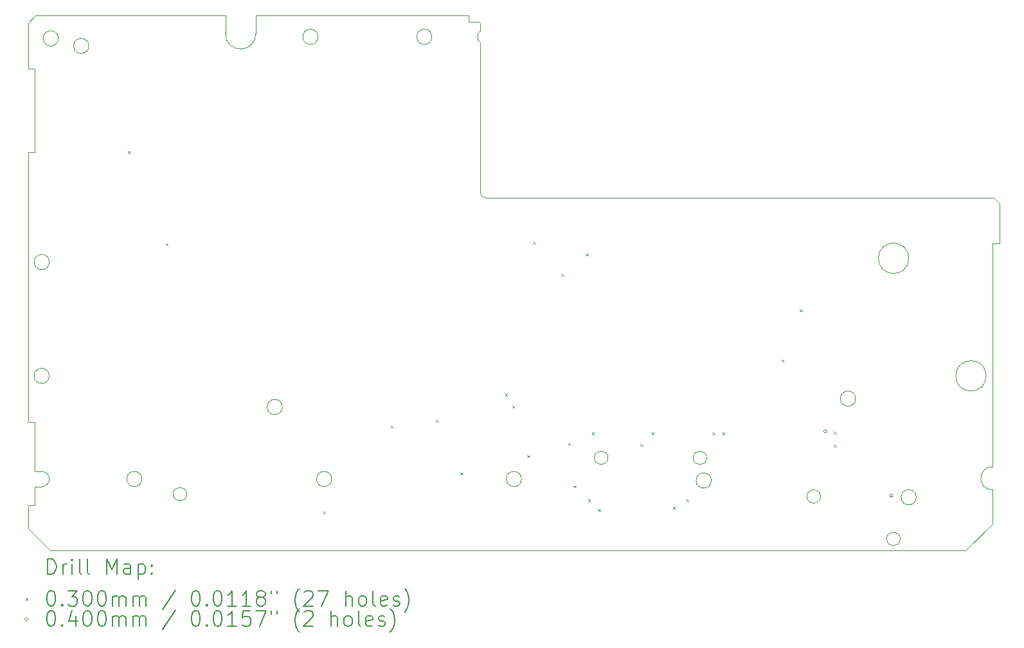
<source format=gbr>
%TF.GenerationSoftware,KiCad,Pcbnew,8.0.5-unknown-202409261835~48b9027842~ubuntu24.04.1*%
%TF.CreationDate,2024-10-03T20:43:23+08:00*%
%TF.ProjectId,EL6170_Pro_Max_Plus,454c3631-3730-45f5-9072-6f5f4d61785f,rev?*%
%TF.SameCoordinates,Original*%
%TF.FileFunction,Drillmap*%
%TF.FilePolarity,Positive*%
%FSLAX45Y45*%
G04 Gerber Fmt 4.5, Leading zero omitted, Abs format (unit mm)*
G04 Created by KiCad (PCBNEW 8.0.5-unknown-202409261835~48b9027842~ubuntu24.04.1) date 2024-10-03 20:43:23*
%MOMM*%
%LPD*%
G01*
G04 APERTURE LIST*
%ADD10C,0.050000*%
%ADD11C,0.200000*%
%ADD12C,0.100000*%
G04 APERTURE END LIST*
D10*
X9380000Y-12460000D02*
X9290000Y-12460000D01*
X21550000Y-13300000D02*
X9490000Y-13300000D01*
X9200000Y-12710000D02*
X9200000Y-13010000D01*
X15220000Y-8650000D02*
X21920000Y-8650000D01*
X20100000Y-11300000D02*
G75*
G02*
X19900000Y-11300000I-100000J0D01*
G01*
X19900000Y-11300000D02*
G75*
G02*
X20100000Y-11300000I100000J0D01*
G01*
X15140000Y-6330000D02*
X15160000Y-6350000D01*
X15000000Y-6250000D02*
X15000000Y-6330000D01*
X9290000Y-11610000D02*
X9200000Y-11610000D01*
X18200000Y-12380000D02*
G75*
G02*
X18000000Y-12380000I-100000J0D01*
G01*
X18000000Y-12380000D02*
G75*
G02*
X18200000Y-12380000I100000J0D01*
G01*
X9600000Y-6550000D02*
G75*
G02*
X9400000Y-6550000I-100000J0D01*
G01*
X9400000Y-6550000D02*
G75*
G02*
X9600000Y-6550000I100000J0D01*
G01*
X21900000Y-12500000D02*
X21900000Y-12950000D01*
X15220000Y-8650000D02*
G75*
G02*
X15160000Y-8590000I0J60000D01*
G01*
X14520000Y-6530000D02*
G75*
G02*
X14320000Y-6530000I-100000J0D01*
G01*
X14320000Y-6530000D02*
G75*
G02*
X14520000Y-6530000I100000J0D01*
G01*
X9290000Y-12260000D02*
X9290000Y-11610000D01*
X11800000Y-6250000D02*
X9300000Y-6250000D01*
X22000000Y-9250000D02*
X21900000Y-9250000D01*
X20690000Y-13150000D02*
G75*
G02*
X20510000Y-13150000I-90000J0D01*
G01*
X20510000Y-13150000D02*
G75*
G02*
X20690000Y-13150000I90000J0D01*
G01*
X21900000Y-9250000D02*
X21900000Y-12200000D01*
X10000000Y-6650000D02*
G75*
G02*
X9800000Y-6650000I-100000J0D01*
G01*
X9800000Y-6650000D02*
G75*
G02*
X10000000Y-6650000I100000J0D01*
G01*
X12550000Y-11410000D02*
G75*
G02*
X12350000Y-11410000I-100000J0D01*
G01*
X12350000Y-11410000D02*
G75*
G02*
X12550000Y-11410000I100000J0D01*
G01*
X9380000Y-12260000D02*
G75*
G02*
X9380000Y-12460000I0J-100000D01*
G01*
X11290000Y-12560000D02*
G75*
G02*
X11110000Y-12560000I-90000J0D01*
G01*
X11110000Y-12560000D02*
G75*
G02*
X11290000Y-12560000I90000J0D01*
G01*
X9490000Y-13300000D02*
X9200000Y-13010000D01*
X9200000Y-6350000D02*
X9200000Y-6950000D01*
X20900000Y-12600000D02*
G75*
G02*
X20700000Y-12600000I-100000J0D01*
G01*
X20700000Y-12600000D02*
G75*
G02*
X20900000Y-12600000I100000J0D01*
G01*
X13200000Y-12360000D02*
G75*
G02*
X13000000Y-12360000I-100000J0D01*
G01*
X13000000Y-12360000D02*
G75*
G02*
X13200000Y-12360000I100000J0D01*
G01*
X9380000Y-12260000D02*
X9290000Y-12260000D01*
X9290000Y-12460000D02*
X9290000Y-12710000D01*
X20800000Y-9450000D02*
G75*
G02*
X20400000Y-9450000I-200000J0D01*
G01*
X20400000Y-9450000D02*
G75*
G02*
X20800000Y-9450000I200000J0D01*
G01*
X21900000Y-12500000D02*
G75*
G02*
X21900000Y-12200000I0J150000D01*
G01*
X13020000Y-6530000D02*
G75*
G02*
X12820000Y-6530000I-100000J0D01*
G01*
X12820000Y-6530000D02*
G75*
G02*
X13020000Y-6530000I100000J0D01*
G01*
X9200000Y-6950000D02*
X9290000Y-6950000D01*
X9200000Y-11610000D02*
X9200000Y-8050000D01*
X18140000Y-12080000D02*
G75*
G02*
X17960000Y-12080000I-90000J0D01*
G01*
X17960000Y-12080000D02*
G75*
G02*
X18140000Y-12080000I90000J0D01*
G01*
X9480000Y-11000000D02*
G75*
G02*
X9280000Y-11000000I-100000J0D01*
G01*
X9280000Y-11000000D02*
G75*
G02*
X9480000Y-11000000I100000J0D01*
G01*
X9290000Y-6950000D02*
X9290000Y-8050000D01*
X9480000Y-9500000D02*
G75*
G02*
X9280000Y-9500000I-100000J0D01*
G01*
X9280000Y-9500000D02*
G75*
G02*
X9480000Y-9500000I100000J0D01*
G01*
X15000000Y-6330000D02*
X15140000Y-6330000D01*
X9290000Y-8050000D02*
X9200000Y-8050000D01*
X21900000Y-12950000D02*
X21550000Y-13300000D01*
X15000000Y-6250000D02*
X12200000Y-6250000D01*
X10700000Y-12360000D02*
G75*
G02*
X10500000Y-12360000I-100000J0D01*
G01*
X10500000Y-12360000D02*
G75*
G02*
X10700000Y-12360000I100000J0D01*
G01*
X12200000Y-6490000D02*
G75*
G02*
X11800000Y-6490000I-200000J0D01*
G01*
X9200000Y-12710000D02*
X9290000Y-12710000D01*
X9200000Y-6350000D02*
X9300000Y-6250000D01*
X15700000Y-12360000D02*
G75*
G02*
X15500000Y-12360000I-100000J0D01*
G01*
X15500000Y-12360000D02*
G75*
G02*
X15700000Y-12360000I100000J0D01*
G01*
X16840000Y-12080000D02*
G75*
G02*
X16660000Y-12080000I-90000J0D01*
G01*
X16660000Y-12080000D02*
G75*
G02*
X16840000Y-12080000I90000J0D01*
G01*
X19640000Y-12590000D02*
G75*
G02*
X19460000Y-12590000I-90000J0D01*
G01*
X19460000Y-12590000D02*
G75*
G02*
X19640000Y-12590000I90000J0D01*
G01*
X15160000Y-6610000D02*
X15160000Y-8590000D01*
X15160000Y-6350000D02*
X15160000Y-6450000D01*
X11800000Y-6490000D02*
X11800000Y-6250000D01*
X21920000Y-8650000D02*
X22000000Y-8730000D01*
X12200000Y-6490000D02*
X12200000Y-6250000D01*
X21820000Y-11000000D02*
G75*
G02*
X21420000Y-11000000I-200000J0D01*
G01*
X21420000Y-11000000D02*
G75*
G02*
X21820000Y-11000000I200000J0D01*
G01*
X22000000Y-8730000D02*
X22000000Y-9250000D01*
X15160000Y-6610000D02*
G75*
G02*
X15160000Y-6450000I60000J80000D01*
G01*
D11*
D12*
X10515000Y-8035000D02*
X10545000Y-8065000D01*
X10545000Y-8035000D02*
X10515000Y-8065000D01*
X11012574Y-9252574D02*
X11042574Y-9282574D01*
X11042574Y-9252574D02*
X11012574Y-9282574D01*
X13085000Y-12785000D02*
X13115000Y-12815000D01*
X13115000Y-12785000D02*
X13085000Y-12815000D01*
X13975000Y-11655000D02*
X14005000Y-11685000D01*
X14005000Y-11655000D02*
X13975000Y-11685000D01*
X14575000Y-11575000D02*
X14605000Y-11605000D01*
X14605000Y-11575000D02*
X14575000Y-11605000D01*
X14895000Y-12275000D02*
X14925000Y-12305000D01*
X14925000Y-12275000D02*
X14895000Y-12305000D01*
X15485000Y-11235000D02*
X15515000Y-11265000D01*
X15515000Y-11235000D02*
X15485000Y-11265000D01*
X15575000Y-11395000D02*
X15605000Y-11425000D01*
X15605000Y-11395000D02*
X15575000Y-11425000D01*
X15775000Y-12045000D02*
X15805000Y-12075000D01*
X15805000Y-12045000D02*
X15775000Y-12075000D01*
X15852426Y-9232426D02*
X15882426Y-9262426D01*
X15882426Y-9232426D02*
X15852426Y-9262426D01*
X16225000Y-9655000D02*
X16255000Y-9685000D01*
X16255000Y-9655000D02*
X16225000Y-9685000D01*
X16315000Y-11885000D02*
X16345000Y-11915000D01*
X16345000Y-11885000D02*
X16315000Y-11915000D01*
X16386619Y-12443381D02*
X16416619Y-12473381D01*
X16416619Y-12443381D02*
X16386619Y-12473381D01*
X16545000Y-9385000D02*
X16575000Y-9415000D01*
X16575000Y-9385000D02*
X16545000Y-9415000D01*
X16575000Y-12625000D02*
X16605000Y-12655000D01*
X16605000Y-12625000D02*
X16575000Y-12655000D01*
X16625000Y-11745000D02*
X16655000Y-11775000D01*
X16655000Y-11745000D02*
X16625000Y-11775000D01*
X16705000Y-12755000D02*
X16735000Y-12785000D01*
X16735000Y-12755000D02*
X16705000Y-12785000D01*
X17265000Y-11895000D02*
X17295000Y-11925000D01*
X17295000Y-11895000D02*
X17265000Y-11925000D01*
X17415000Y-11745000D02*
X17445000Y-11775000D01*
X17445000Y-11745000D02*
X17415000Y-11775000D01*
X17695000Y-12725000D02*
X17725000Y-12755000D01*
X17725000Y-12725000D02*
X17695000Y-12755000D01*
X17865000Y-12625000D02*
X17895000Y-12655000D01*
X17895000Y-12625000D02*
X17865000Y-12655000D01*
X18215000Y-11745000D02*
X18245000Y-11775000D01*
X18245000Y-11745000D02*
X18215000Y-11775000D01*
X18345000Y-11745000D02*
X18375000Y-11775000D01*
X18375000Y-11745000D02*
X18345000Y-11775000D01*
X19125000Y-10785000D02*
X19155000Y-10815000D01*
X19155000Y-10785000D02*
X19125000Y-10815000D01*
X19365000Y-10125000D02*
X19395000Y-10155000D01*
X19395000Y-10125000D02*
X19365000Y-10155000D01*
X19815000Y-11735000D02*
X19845000Y-11765000D01*
X19845000Y-11735000D02*
X19815000Y-11765000D01*
X19815000Y-11905000D02*
X19845000Y-11935000D01*
X19845000Y-11905000D02*
X19815000Y-11935000D01*
X19720000Y-11730000D02*
G75*
G02*
X19680000Y-11730000I-20000J0D01*
G01*
X19680000Y-11730000D02*
G75*
G02*
X19720000Y-11730000I20000J0D01*
G01*
X20590000Y-12580000D02*
G75*
G02*
X20550000Y-12580000I-20000J0D01*
G01*
X20550000Y-12580000D02*
G75*
G02*
X20590000Y-12580000I20000J0D01*
G01*
D11*
X9458277Y-13613984D02*
X9458277Y-13413984D01*
X9458277Y-13413984D02*
X9505896Y-13413984D01*
X9505896Y-13413984D02*
X9534467Y-13423508D01*
X9534467Y-13423508D02*
X9553515Y-13442555D01*
X9553515Y-13442555D02*
X9563039Y-13461603D01*
X9563039Y-13461603D02*
X9572563Y-13499698D01*
X9572563Y-13499698D02*
X9572563Y-13528269D01*
X9572563Y-13528269D02*
X9563039Y-13566365D01*
X9563039Y-13566365D02*
X9553515Y-13585412D01*
X9553515Y-13585412D02*
X9534467Y-13604460D01*
X9534467Y-13604460D02*
X9505896Y-13613984D01*
X9505896Y-13613984D02*
X9458277Y-13613984D01*
X9658277Y-13613984D02*
X9658277Y-13480650D01*
X9658277Y-13518746D02*
X9667801Y-13499698D01*
X9667801Y-13499698D02*
X9677324Y-13490174D01*
X9677324Y-13490174D02*
X9696372Y-13480650D01*
X9696372Y-13480650D02*
X9715420Y-13480650D01*
X9782086Y-13613984D02*
X9782086Y-13480650D01*
X9782086Y-13413984D02*
X9772563Y-13423508D01*
X9772563Y-13423508D02*
X9782086Y-13433031D01*
X9782086Y-13433031D02*
X9791610Y-13423508D01*
X9791610Y-13423508D02*
X9782086Y-13413984D01*
X9782086Y-13413984D02*
X9782086Y-13433031D01*
X9905896Y-13613984D02*
X9886848Y-13604460D01*
X9886848Y-13604460D02*
X9877324Y-13585412D01*
X9877324Y-13585412D02*
X9877324Y-13413984D01*
X10010658Y-13613984D02*
X9991610Y-13604460D01*
X9991610Y-13604460D02*
X9982086Y-13585412D01*
X9982086Y-13585412D02*
X9982086Y-13413984D01*
X10239229Y-13613984D02*
X10239229Y-13413984D01*
X10239229Y-13413984D02*
X10305896Y-13556841D01*
X10305896Y-13556841D02*
X10372563Y-13413984D01*
X10372563Y-13413984D02*
X10372563Y-13613984D01*
X10553515Y-13613984D02*
X10553515Y-13509222D01*
X10553515Y-13509222D02*
X10543991Y-13490174D01*
X10543991Y-13490174D02*
X10524944Y-13480650D01*
X10524944Y-13480650D02*
X10486848Y-13480650D01*
X10486848Y-13480650D02*
X10467801Y-13490174D01*
X10553515Y-13604460D02*
X10534467Y-13613984D01*
X10534467Y-13613984D02*
X10486848Y-13613984D01*
X10486848Y-13613984D02*
X10467801Y-13604460D01*
X10467801Y-13604460D02*
X10458277Y-13585412D01*
X10458277Y-13585412D02*
X10458277Y-13566365D01*
X10458277Y-13566365D02*
X10467801Y-13547317D01*
X10467801Y-13547317D02*
X10486848Y-13537793D01*
X10486848Y-13537793D02*
X10534467Y-13537793D01*
X10534467Y-13537793D02*
X10553515Y-13528269D01*
X10648753Y-13480650D02*
X10648753Y-13680650D01*
X10648753Y-13490174D02*
X10667801Y-13480650D01*
X10667801Y-13480650D02*
X10705896Y-13480650D01*
X10705896Y-13480650D02*
X10724944Y-13490174D01*
X10724944Y-13490174D02*
X10734467Y-13499698D01*
X10734467Y-13499698D02*
X10743991Y-13518746D01*
X10743991Y-13518746D02*
X10743991Y-13575888D01*
X10743991Y-13575888D02*
X10734467Y-13594936D01*
X10734467Y-13594936D02*
X10724944Y-13604460D01*
X10724944Y-13604460D02*
X10705896Y-13613984D01*
X10705896Y-13613984D02*
X10667801Y-13613984D01*
X10667801Y-13613984D02*
X10648753Y-13604460D01*
X10829705Y-13594936D02*
X10839229Y-13604460D01*
X10839229Y-13604460D02*
X10829705Y-13613984D01*
X10829705Y-13613984D02*
X10820182Y-13604460D01*
X10820182Y-13604460D02*
X10829705Y-13594936D01*
X10829705Y-13594936D02*
X10829705Y-13613984D01*
X10829705Y-13490174D02*
X10839229Y-13499698D01*
X10839229Y-13499698D02*
X10829705Y-13509222D01*
X10829705Y-13509222D02*
X10820182Y-13499698D01*
X10820182Y-13499698D02*
X10829705Y-13490174D01*
X10829705Y-13490174D02*
X10829705Y-13509222D01*
D12*
X9167500Y-13927500D02*
X9197500Y-13957500D01*
X9197500Y-13927500D02*
X9167500Y-13957500D01*
D11*
X9496372Y-13833984D02*
X9515420Y-13833984D01*
X9515420Y-13833984D02*
X9534467Y-13843508D01*
X9534467Y-13843508D02*
X9543991Y-13853031D01*
X9543991Y-13853031D02*
X9553515Y-13872079D01*
X9553515Y-13872079D02*
X9563039Y-13910174D01*
X9563039Y-13910174D02*
X9563039Y-13957793D01*
X9563039Y-13957793D02*
X9553515Y-13995888D01*
X9553515Y-13995888D02*
X9543991Y-14014936D01*
X9543991Y-14014936D02*
X9534467Y-14024460D01*
X9534467Y-14024460D02*
X9515420Y-14033984D01*
X9515420Y-14033984D02*
X9496372Y-14033984D01*
X9496372Y-14033984D02*
X9477324Y-14024460D01*
X9477324Y-14024460D02*
X9467801Y-14014936D01*
X9467801Y-14014936D02*
X9458277Y-13995888D01*
X9458277Y-13995888D02*
X9448753Y-13957793D01*
X9448753Y-13957793D02*
X9448753Y-13910174D01*
X9448753Y-13910174D02*
X9458277Y-13872079D01*
X9458277Y-13872079D02*
X9467801Y-13853031D01*
X9467801Y-13853031D02*
X9477324Y-13843508D01*
X9477324Y-13843508D02*
X9496372Y-13833984D01*
X9648753Y-14014936D02*
X9658277Y-14024460D01*
X9658277Y-14024460D02*
X9648753Y-14033984D01*
X9648753Y-14033984D02*
X9639229Y-14024460D01*
X9639229Y-14024460D02*
X9648753Y-14014936D01*
X9648753Y-14014936D02*
X9648753Y-14033984D01*
X9724944Y-13833984D02*
X9848753Y-13833984D01*
X9848753Y-13833984D02*
X9782086Y-13910174D01*
X9782086Y-13910174D02*
X9810658Y-13910174D01*
X9810658Y-13910174D02*
X9829705Y-13919698D01*
X9829705Y-13919698D02*
X9839229Y-13929222D01*
X9839229Y-13929222D02*
X9848753Y-13948269D01*
X9848753Y-13948269D02*
X9848753Y-13995888D01*
X9848753Y-13995888D02*
X9839229Y-14014936D01*
X9839229Y-14014936D02*
X9829705Y-14024460D01*
X9829705Y-14024460D02*
X9810658Y-14033984D01*
X9810658Y-14033984D02*
X9753515Y-14033984D01*
X9753515Y-14033984D02*
X9734467Y-14024460D01*
X9734467Y-14024460D02*
X9724944Y-14014936D01*
X9972563Y-13833984D02*
X9991610Y-13833984D01*
X9991610Y-13833984D02*
X10010658Y-13843508D01*
X10010658Y-13843508D02*
X10020182Y-13853031D01*
X10020182Y-13853031D02*
X10029705Y-13872079D01*
X10029705Y-13872079D02*
X10039229Y-13910174D01*
X10039229Y-13910174D02*
X10039229Y-13957793D01*
X10039229Y-13957793D02*
X10029705Y-13995888D01*
X10029705Y-13995888D02*
X10020182Y-14014936D01*
X10020182Y-14014936D02*
X10010658Y-14024460D01*
X10010658Y-14024460D02*
X9991610Y-14033984D01*
X9991610Y-14033984D02*
X9972563Y-14033984D01*
X9972563Y-14033984D02*
X9953515Y-14024460D01*
X9953515Y-14024460D02*
X9943991Y-14014936D01*
X9943991Y-14014936D02*
X9934467Y-13995888D01*
X9934467Y-13995888D02*
X9924944Y-13957793D01*
X9924944Y-13957793D02*
X9924944Y-13910174D01*
X9924944Y-13910174D02*
X9934467Y-13872079D01*
X9934467Y-13872079D02*
X9943991Y-13853031D01*
X9943991Y-13853031D02*
X9953515Y-13843508D01*
X9953515Y-13843508D02*
X9972563Y-13833984D01*
X10163039Y-13833984D02*
X10182086Y-13833984D01*
X10182086Y-13833984D02*
X10201134Y-13843508D01*
X10201134Y-13843508D02*
X10210658Y-13853031D01*
X10210658Y-13853031D02*
X10220182Y-13872079D01*
X10220182Y-13872079D02*
X10229705Y-13910174D01*
X10229705Y-13910174D02*
X10229705Y-13957793D01*
X10229705Y-13957793D02*
X10220182Y-13995888D01*
X10220182Y-13995888D02*
X10210658Y-14014936D01*
X10210658Y-14014936D02*
X10201134Y-14024460D01*
X10201134Y-14024460D02*
X10182086Y-14033984D01*
X10182086Y-14033984D02*
X10163039Y-14033984D01*
X10163039Y-14033984D02*
X10143991Y-14024460D01*
X10143991Y-14024460D02*
X10134467Y-14014936D01*
X10134467Y-14014936D02*
X10124944Y-13995888D01*
X10124944Y-13995888D02*
X10115420Y-13957793D01*
X10115420Y-13957793D02*
X10115420Y-13910174D01*
X10115420Y-13910174D02*
X10124944Y-13872079D01*
X10124944Y-13872079D02*
X10134467Y-13853031D01*
X10134467Y-13853031D02*
X10143991Y-13843508D01*
X10143991Y-13843508D02*
X10163039Y-13833984D01*
X10315420Y-14033984D02*
X10315420Y-13900650D01*
X10315420Y-13919698D02*
X10324944Y-13910174D01*
X10324944Y-13910174D02*
X10343991Y-13900650D01*
X10343991Y-13900650D02*
X10372563Y-13900650D01*
X10372563Y-13900650D02*
X10391610Y-13910174D01*
X10391610Y-13910174D02*
X10401134Y-13929222D01*
X10401134Y-13929222D02*
X10401134Y-14033984D01*
X10401134Y-13929222D02*
X10410658Y-13910174D01*
X10410658Y-13910174D02*
X10429705Y-13900650D01*
X10429705Y-13900650D02*
X10458277Y-13900650D01*
X10458277Y-13900650D02*
X10477325Y-13910174D01*
X10477325Y-13910174D02*
X10486848Y-13929222D01*
X10486848Y-13929222D02*
X10486848Y-14033984D01*
X10582086Y-14033984D02*
X10582086Y-13900650D01*
X10582086Y-13919698D02*
X10591610Y-13910174D01*
X10591610Y-13910174D02*
X10610658Y-13900650D01*
X10610658Y-13900650D02*
X10639229Y-13900650D01*
X10639229Y-13900650D02*
X10658277Y-13910174D01*
X10658277Y-13910174D02*
X10667801Y-13929222D01*
X10667801Y-13929222D02*
X10667801Y-14033984D01*
X10667801Y-13929222D02*
X10677325Y-13910174D01*
X10677325Y-13910174D02*
X10696372Y-13900650D01*
X10696372Y-13900650D02*
X10724944Y-13900650D01*
X10724944Y-13900650D02*
X10743991Y-13910174D01*
X10743991Y-13910174D02*
X10753515Y-13929222D01*
X10753515Y-13929222D02*
X10753515Y-14033984D01*
X11143991Y-13824460D02*
X10972563Y-14081603D01*
X11401134Y-13833984D02*
X11420182Y-13833984D01*
X11420182Y-13833984D02*
X11439229Y-13843508D01*
X11439229Y-13843508D02*
X11448753Y-13853031D01*
X11448753Y-13853031D02*
X11458277Y-13872079D01*
X11458277Y-13872079D02*
X11467801Y-13910174D01*
X11467801Y-13910174D02*
X11467801Y-13957793D01*
X11467801Y-13957793D02*
X11458277Y-13995888D01*
X11458277Y-13995888D02*
X11448753Y-14014936D01*
X11448753Y-14014936D02*
X11439229Y-14024460D01*
X11439229Y-14024460D02*
X11420182Y-14033984D01*
X11420182Y-14033984D02*
X11401134Y-14033984D01*
X11401134Y-14033984D02*
X11382086Y-14024460D01*
X11382086Y-14024460D02*
X11372563Y-14014936D01*
X11372563Y-14014936D02*
X11363039Y-13995888D01*
X11363039Y-13995888D02*
X11353515Y-13957793D01*
X11353515Y-13957793D02*
X11353515Y-13910174D01*
X11353515Y-13910174D02*
X11363039Y-13872079D01*
X11363039Y-13872079D02*
X11372563Y-13853031D01*
X11372563Y-13853031D02*
X11382086Y-13843508D01*
X11382086Y-13843508D02*
X11401134Y-13833984D01*
X11553515Y-14014936D02*
X11563039Y-14024460D01*
X11563039Y-14024460D02*
X11553515Y-14033984D01*
X11553515Y-14033984D02*
X11543991Y-14024460D01*
X11543991Y-14024460D02*
X11553515Y-14014936D01*
X11553515Y-14014936D02*
X11553515Y-14033984D01*
X11686848Y-13833984D02*
X11705896Y-13833984D01*
X11705896Y-13833984D02*
X11724944Y-13843508D01*
X11724944Y-13843508D02*
X11734467Y-13853031D01*
X11734467Y-13853031D02*
X11743991Y-13872079D01*
X11743991Y-13872079D02*
X11753515Y-13910174D01*
X11753515Y-13910174D02*
X11753515Y-13957793D01*
X11753515Y-13957793D02*
X11743991Y-13995888D01*
X11743991Y-13995888D02*
X11734467Y-14014936D01*
X11734467Y-14014936D02*
X11724944Y-14024460D01*
X11724944Y-14024460D02*
X11705896Y-14033984D01*
X11705896Y-14033984D02*
X11686848Y-14033984D01*
X11686848Y-14033984D02*
X11667801Y-14024460D01*
X11667801Y-14024460D02*
X11658277Y-14014936D01*
X11658277Y-14014936D02*
X11648753Y-13995888D01*
X11648753Y-13995888D02*
X11639229Y-13957793D01*
X11639229Y-13957793D02*
X11639229Y-13910174D01*
X11639229Y-13910174D02*
X11648753Y-13872079D01*
X11648753Y-13872079D02*
X11658277Y-13853031D01*
X11658277Y-13853031D02*
X11667801Y-13843508D01*
X11667801Y-13843508D02*
X11686848Y-13833984D01*
X11943991Y-14033984D02*
X11829706Y-14033984D01*
X11886848Y-14033984D02*
X11886848Y-13833984D01*
X11886848Y-13833984D02*
X11867801Y-13862555D01*
X11867801Y-13862555D02*
X11848753Y-13881603D01*
X11848753Y-13881603D02*
X11829706Y-13891127D01*
X12134467Y-14033984D02*
X12020182Y-14033984D01*
X12077325Y-14033984D02*
X12077325Y-13833984D01*
X12077325Y-13833984D02*
X12058277Y-13862555D01*
X12058277Y-13862555D02*
X12039229Y-13881603D01*
X12039229Y-13881603D02*
X12020182Y-13891127D01*
X12248753Y-13919698D02*
X12229706Y-13910174D01*
X12229706Y-13910174D02*
X12220182Y-13900650D01*
X12220182Y-13900650D02*
X12210658Y-13881603D01*
X12210658Y-13881603D02*
X12210658Y-13872079D01*
X12210658Y-13872079D02*
X12220182Y-13853031D01*
X12220182Y-13853031D02*
X12229706Y-13843508D01*
X12229706Y-13843508D02*
X12248753Y-13833984D01*
X12248753Y-13833984D02*
X12286848Y-13833984D01*
X12286848Y-13833984D02*
X12305896Y-13843508D01*
X12305896Y-13843508D02*
X12315420Y-13853031D01*
X12315420Y-13853031D02*
X12324944Y-13872079D01*
X12324944Y-13872079D02*
X12324944Y-13881603D01*
X12324944Y-13881603D02*
X12315420Y-13900650D01*
X12315420Y-13900650D02*
X12305896Y-13910174D01*
X12305896Y-13910174D02*
X12286848Y-13919698D01*
X12286848Y-13919698D02*
X12248753Y-13919698D01*
X12248753Y-13919698D02*
X12229706Y-13929222D01*
X12229706Y-13929222D02*
X12220182Y-13938746D01*
X12220182Y-13938746D02*
X12210658Y-13957793D01*
X12210658Y-13957793D02*
X12210658Y-13995888D01*
X12210658Y-13995888D02*
X12220182Y-14014936D01*
X12220182Y-14014936D02*
X12229706Y-14024460D01*
X12229706Y-14024460D02*
X12248753Y-14033984D01*
X12248753Y-14033984D02*
X12286848Y-14033984D01*
X12286848Y-14033984D02*
X12305896Y-14024460D01*
X12305896Y-14024460D02*
X12315420Y-14014936D01*
X12315420Y-14014936D02*
X12324944Y-13995888D01*
X12324944Y-13995888D02*
X12324944Y-13957793D01*
X12324944Y-13957793D02*
X12315420Y-13938746D01*
X12315420Y-13938746D02*
X12305896Y-13929222D01*
X12305896Y-13929222D02*
X12286848Y-13919698D01*
X12401134Y-13833984D02*
X12401134Y-13872079D01*
X12477325Y-13833984D02*
X12477325Y-13872079D01*
X12772563Y-14110174D02*
X12763039Y-14100650D01*
X12763039Y-14100650D02*
X12743991Y-14072079D01*
X12743991Y-14072079D02*
X12734468Y-14053031D01*
X12734468Y-14053031D02*
X12724944Y-14024460D01*
X12724944Y-14024460D02*
X12715420Y-13976841D01*
X12715420Y-13976841D02*
X12715420Y-13938746D01*
X12715420Y-13938746D02*
X12724944Y-13891127D01*
X12724944Y-13891127D02*
X12734468Y-13862555D01*
X12734468Y-13862555D02*
X12743991Y-13843508D01*
X12743991Y-13843508D02*
X12763039Y-13814936D01*
X12763039Y-13814936D02*
X12772563Y-13805412D01*
X12839229Y-13853031D02*
X12848753Y-13843508D01*
X12848753Y-13843508D02*
X12867801Y-13833984D01*
X12867801Y-13833984D02*
X12915420Y-13833984D01*
X12915420Y-13833984D02*
X12934468Y-13843508D01*
X12934468Y-13843508D02*
X12943991Y-13853031D01*
X12943991Y-13853031D02*
X12953515Y-13872079D01*
X12953515Y-13872079D02*
X12953515Y-13891127D01*
X12953515Y-13891127D02*
X12943991Y-13919698D01*
X12943991Y-13919698D02*
X12829706Y-14033984D01*
X12829706Y-14033984D02*
X12953515Y-14033984D01*
X13020182Y-13833984D02*
X13153515Y-13833984D01*
X13153515Y-13833984D02*
X13067801Y-14033984D01*
X13382087Y-14033984D02*
X13382087Y-13833984D01*
X13467801Y-14033984D02*
X13467801Y-13929222D01*
X13467801Y-13929222D02*
X13458277Y-13910174D01*
X13458277Y-13910174D02*
X13439230Y-13900650D01*
X13439230Y-13900650D02*
X13410658Y-13900650D01*
X13410658Y-13900650D02*
X13391610Y-13910174D01*
X13391610Y-13910174D02*
X13382087Y-13919698D01*
X13591610Y-14033984D02*
X13572563Y-14024460D01*
X13572563Y-14024460D02*
X13563039Y-14014936D01*
X13563039Y-14014936D02*
X13553515Y-13995888D01*
X13553515Y-13995888D02*
X13553515Y-13938746D01*
X13553515Y-13938746D02*
X13563039Y-13919698D01*
X13563039Y-13919698D02*
X13572563Y-13910174D01*
X13572563Y-13910174D02*
X13591610Y-13900650D01*
X13591610Y-13900650D02*
X13620182Y-13900650D01*
X13620182Y-13900650D02*
X13639230Y-13910174D01*
X13639230Y-13910174D02*
X13648753Y-13919698D01*
X13648753Y-13919698D02*
X13658277Y-13938746D01*
X13658277Y-13938746D02*
X13658277Y-13995888D01*
X13658277Y-13995888D02*
X13648753Y-14014936D01*
X13648753Y-14014936D02*
X13639230Y-14024460D01*
X13639230Y-14024460D02*
X13620182Y-14033984D01*
X13620182Y-14033984D02*
X13591610Y-14033984D01*
X13772563Y-14033984D02*
X13753515Y-14024460D01*
X13753515Y-14024460D02*
X13743991Y-14005412D01*
X13743991Y-14005412D02*
X13743991Y-13833984D01*
X13924944Y-14024460D02*
X13905896Y-14033984D01*
X13905896Y-14033984D02*
X13867801Y-14033984D01*
X13867801Y-14033984D02*
X13848753Y-14024460D01*
X13848753Y-14024460D02*
X13839230Y-14005412D01*
X13839230Y-14005412D02*
X13839230Y-13929222D01*
X13839230Y-13929222D02*
X13848753Y-13910174D01*
X13848753Y-13910174D02*
X13867801Y-13900650D01*
X13867801Y-13900650D02*
X13905896Y-13900650D01*
X13905896Y-13900650D02*
X13924944Y-13910174D01*
X13924944Y-13910174D02*
X13934468Y-13929222D01*
X13934468Y-13929222D02*
X13934468Y-13948269D01*
X13934468Y-13948269D02*
X13839230Y-13967317D01*
X14010658Y-14024460D02*
X14029706Y-14033984D01*
X14029706Y-14033984D02*
X14067801Y-14033984D01*
X14067801Y-14033984D02*
X14086849Y-14024460D01*
X14086849Y-14024460D02*
X14096372Y-14005412D01*
X14096372Y-14005412D02*
X14096372Y-13995888D01*
X14096372Y-13995888D02*
X14086849Y-13976841D01*
X14086849Y-13976841D02*
X14067801Y-13967317D01*
X14067801Y-13967317D02*
X14039230Y-13967317D01*
X14039230Y-13967317D02*
X14020182Y-13957793D01*
X14020182Y-13957793D02*
X14010658Y-13938746D01*
X14010658Y-13938746D02*
X14010658Y-13929222D01*
X14010658Y-13929222D02*
X14020182Y-13910174D01*
X14020182Y-13910174D02*
X14039230Y-13900650D01*
X14039230Y-13900650D02*
X14067801Y-13900650D01*
X14067801Y-13900650D02*
X14086849Y-13910174D01*
X14163039Y-14110174D02*
X14172563Y-14100650D01*
X14172563Y-14100650D02*
X14191611Y-14072079D01*
X14191611Y-14072079D02*
X14201134Y-14053031D01*
X14201134Y-14053031D02*
X14210658Y-14024460D01*
X14210658Y-14024460D02*
X14220182Y-13976841D01*
X14220182Y-13976841D02*
X14220182Y-13938746D01*
X14220182Y-13938746D02*
X14210658Y-13891127D01*
X14210658Y-13891127D02*
X14201134Y-13862555D01*
X14201134Y-13862555D02*
X14191611Y-13843508D01*
X14191611Y-13843508D02*
X14172563Y-13814936D01*
X14172563Y-13814936D02*
X14163039Y-13805412D01*
D12*
X9197500Y-14206500D02*
G75*
G02*
X9157500Y-14206500I-20000J0D01*
G01*
X9157500Y-14206500D02*
G75*
G02*
X9197500Y-14206500I20000J0D01*
G01*
D11*
X9496372Y-14097984D02*
X9515420Y-14097984D01*
X9515420Y-14097984D02*
X9534467Y-14107508D01*
X9534467Y-14107508D02*
X9543991Y-14117031D01*
X9543991Y-14117031D02*
X9553515Y-14136079D01*
X9553515Y-14136079D02*
X9563039Y-14174174D01*
X9563039Y-14174174D02*
X9563039Y-14221793D01*
X9563039Y-14221793D02*
X9553515Y-14259888D01*
X9553515Y-14259888D02*
X9543991Y-14278936D01*
X9543991Y-14278936D02*
X9534467Y-14288460D01*
X9534467Y-14288460D02*
X9515420Y-14297984D01*
X9515420Y-14297984D02*
X9496372Y-14297984D01*
X9496372Y-14297984D02*
X9477324Y-14288460D01*
X9477324Y-14288460D02*
X9467801Y-14278936D01*
X9467801Y-14278936D02*
X9458277Y-14259888D01*
X9458277Y-14259888D02*
X9448753Y-14221793D01*
X9448753Y-14221793D02*
X9448753Y-14174174D01*
X9448753Y-14174174D02*
X9458277Y-14136079D01*
X9458277Y-14136079D02*
X9467801Y-14117031D01*
X9467801Y-14117031D02*
X9477324Y-14107508D01*
X9477324Y-14107508D02*
X9496372Y-14097984D01*
X9648753Y-14278936D02*
X9658277Y-14288460D01*
X9658277Y-14288460D02*
X9648753Y-14297984D01*
X9648753Y-14297984D02*
X9639229Y-14288460D01*
X9639229Y-14288460D02*
X9648753Y-14278936D01*
X9648753Y-14278936D02*
X9648753Y-14297984D01*
X9829705Y-14164650D02*
X9829705Y-14297984D01*
X9782086Y-14088460D02*
X9734467Y-14231317D01*
X9734467Y-14231317D02*
X9858277Y-14231317D01*
X9972563Y-14097984D02*
X9991610Y-14097984D01*
X9991610Y-14097984D02*
X10010658Y-14107508D01*
X10010658Y-14107508D02*
X10020182Y-14117031D01*
X10020182Y-14117031D02*
X10029705Y-14136079D01*
X10029705Y-14136079D02*
X10039229Y-14174174D01*
X10039229Y-14174174D02*
X10039229Y-14221793D01*
X10039229Y-14221793D02*
X10029705Y-14259888D01*
X10029705Y-14259888D02*
X10020182Y-14278936D01*
X10020182Y-14278936D02*
X10010658Y-14288460D01*
X10010658Y-14288460D02*
X9991610Y-14297984D01*
X9991610Y-14297984D02*
X9972563Y-14297984D01*
X9972563Y-14297984D02*
X9953515Y-14288460D01*
X9953515Y-14288460D02*
X9943991Y-14278936D01*
X9943991Y-14278936D02*
X9934467Y-14259888D01*
X9934467Y-14259888D02*
X9924944Y-14221793D01*
X9924944Y-14221793D02*
X9924944Y-14174174D01*
X9924944Y-14174174D02*
X9934467Y-14136079D01*
X9934467Y-14136079D02*
X9943991Y-14117031D01*
X9943991Y-14117031D02*
X9953515Y-14107508D01*
X9953515Y-14107508D02*
X9972563Y-14097984D01*
X10163039Y-14097984D02*
X10182086Y-14097984D01*
X10182086Y-14097984D02*
X10201134Y-14107508D01*
X10201134Y-14107508D02*
X10210658Y-14117031D01*
X10210658Y-14117031D02*
X10220182Y-14136079D01*
X10220182Y-14136079D02*
X10229705Y-14174174D01*
X10229705Y-14174174D02*
X10229705Y-14221793D01*
X10229705Y-14221793D02*
X10220182Y-14259888D01*
X10220182Y-14259888D02*
X10210658Y-14278936D01*
X10210658Y-14278936D02*
X10201134Y-14288460D01*
X10201134Y-14288460D02*
X10182086Y-14297984D01*
X10182086Y-14297984D02*
X10163039Y-14297984D01*
X10163039Y-14297984D02*
X10143991Y-14288460D01*
X10143991Y-14288460D02*
X10134467Y-14278936D01*
X10134467Y-14278936D02*
X10124944Y-14259888D01*
X10124944Y-14259888D02*
X10115420Y-14221793D01*
X10115420Y-14221793D02*
X10115420Y-14174174D01*
X10115420Y-14174174D02*
X10124944Y-14136079D01*
X10124944Y-14136079D02*
X10134467Y-14117031D01*
X10134467Y-14117031D02*
X10143991Y-14107508D01*
X10143991Y-14107508D02*
X10163039Y-14097984D01*
X10315420Y-14297984D02*
X10315420Y-14164650D01*
X10315420Y-14183698D02*
X10324944Y-14174174D01*
X10324944Y-14174174D02*
X10343991Y-14164650D01*
X10343991Y-14164650D02*
X10372563Y-14164650D01*
X10372563Y-14164650D02*
X10391610Y-14174174D01*
X10391610Y-14174174D02*
X10401134Y-14193222D01*
X10401134Y-14193222D02*
X10401134Y-14297984D01*
X10401134Y-14193222D02*
X10410658Y-14174174D01*
X10410658Y-14174174D02*
X10429705Y-14164650D01*
X10429705Y-14164650D02*
X10458277Y-14164650D01*
X10458277Y-14164650D02*
X10477325Y-14174174D01*
X10477325Y-14174174D02*
X10486848Y-14193222D01*
X10486848Y-14193222D02*
X10486848Y-14297984D01*
X10582086Y-14297984D02*
X10582086Y-14164650D01*
X10582086Y-14183698D02*
X10591610Y-14174174D01*
X10591610Y-14174174D02*
X10610658Y-14164650D01*
X10610658Y-14164650D02*
X10639229Y-14164650D01*
X10639229Y-14164650D02*
X10658277Y-14174174D01*
X10658277Y-14174174D02*
X10667801Y-14193222D01*
X10667801Y-14193222D02*
X10667801Y-14297984D01*
X10667801Y-14193222D02*
X10677325Y-14174174D01*
X10677325Y-14174174D02*
X10696372Y-14164650D01*
X10696372Y-14164650D02*
X10724944Y-14164650D01*
X10724944Y-14164650D02*
X10743991Y-14174174D01*
X10743991Y-14174174D02*
X10753515Y-14193222D01*
X10753515Y-14193222D02*
X10753515Y-14297984D01*
X11143991Y-14088460D02*
X10972563Y-14345603D01*
X11401134Y-14097984D02*
X11420182Y-14097984D01*
X11420182Y-14097984D02*
X11439229Y-14107508D01*
X11439229Y-14107508D02*
X11448753Y-14117031D01*
X11448753Y-14117031D02*
X11458277Y-14136079D01*
X11458277Y-14136079D02*
X11467801Y-14174174D01*
X11467801Y-14174174D02*
X11467801Y-14221793D01*
X11467801Y-14221793D02*
X11458277Y-14259888D01*
X11458277Y-14259888D02*
X11448753Y-14278936D01*
X11448753Y-14278936D02*
X11439229Y-14288460D01*
X11439229Y-14288460D02*
X11420182Y-14297984D01*
X11420182Y-14297984D02*
X11401134Y-14297984D01*
X11401134Y-14297984D02*
X11382086Y-14288460D01*
X11382086Y-14288460D02*
X11372563Y-14278936D01*
X11372563Y-14278936D02*
X11363039Y-14259888D01*
X11363039Y-14259888D02*
X11353515Y-14221793D01*
X11353515Y-14221793D02*
X11353515Y-14174174D01*
X11353515Y-14174174D02*
X11363039Y-14136079D01*
X11363039Y-14136079D02*
X11372563Y-14117031D01*
X11372563Y-14117031D02*
X11382086Y-14107508D01*
X11382086Y-14107508D02*
X11401134Y-14097984D01*
X11553515Y-14278936D02*
X11563039Y-14288460D01*
X11563039Y-14288460D02*
X11553515Y-14297984D01*
X11553515Y-14297984D02*
X11543991Y-14288460D01*
X11543991Y-14288460D02*
X11553515Y-14278936D01*
X11553515Y-14278936D02*
X11553515Y-14297984D01*
X11686848Y-14097984D02*
X11705896Y-14097984D01*
X11705896Y-14097984D02*
X11724944Y-14107508D01*
X11724944Y-14107508D02*
X11734467Y-14117031D01*
X11734467Y-14117031D02*
X11743991Y-14136079D01*
X11743991Y-14136079D02*
X11753515Y-14174174D01*
X11753515Y-14174174D02*
X11753515Y-14221793D01*
X11753515Y-14221793D02*
X11743991Y-14259888D01*
X11743991Y-14259888D02*
X11734467Y-14278936D01*
X11734467Y-14278936D02*
X11724944Y-14288460D01*
X11724944Y-14288460D02*
X11705896Y-14297984D01*
X11705896Y-14297984D02*
X11686848Y-14297984D01*
X11686848Y-14297984D02*
X11667801Y-14288460D01*
X11667801Y-14288460D02*
X11658277Y-14278936D01*
X11658277Y-14278936D02*
X11648753Y-14259888D01*
X11648753Y-14259888D02*
X11639229Y-14221793D01*
X11639229Y-14221793D02*
X11639229Y-14174174D01*
X11639229Y-14174174D02*
X11648753Y-14136079D01*
X11648753Y-14136079D02*
X11658277Y-14117031D01*
X11658277Y-14117031D02*
X11667801Y-14107508D01*
X11667801Y-14107508D02*
X11686848Y-14097984D01*
X11943991Y-14297984D02*
X11829706Y-14297984D01*
X11886848Y-14297984D02*
X11886848Y-14097984D01*
X11886848Y-14097984D02*
X11867801Y-14126555D01*
X11867801Y-14126555D02*
X11848753Y-14145603D01*
X11848753Y-14145603D02*
X11829706Y-14155127D01*
X12124944Y-14097984D02*
X12029706Y-14097984D01*
X12029706Y-14097984D02*
X12020182Y-14193222D01*
X12020182Y-14193222D02*
X12029706Y-14183698D01*
X12029706Y-14183698D02*
X12048753Y-14174174D01*
X12048753Y-14174174D02*
X12096372Y-14174174D01*
X12096372Y-14174174D02*
X12115420Y-14183698D01*
X12115420Y-14183698D02*
X12124944Y-14193222D01*
X12124944Y-14193222D02*
X12134467Y-14212269D01*
X12134467Y-14212269D02*
X12134467Y-14259888D01*
X12134467Y-14259888D02*
X12124944Y-14278936D01*
X12124944Y-14278936D02*
X12115420Y-14288460D01*
X12115420Y-14288460D02*
X12096372Y-14297984D01*
X12096372Y-14297984D02*
X12048753Y-14297984D01*
X12048753Y-14297984D02*
X12029706Y-14288460D01*
X12029706Y-14288460D02*
X12020182Y-14278936D01*
X12201134Y-14097984D02*
X12334467Y-14097984D01*
X12334467Y-14097984D02*
X12248753Y-14297984D01*
X12401134Y-14097984D02*
X12401134Y-14136079D01*
X12477325Y-14097984D02*
X12477325Y-14136079D01*
X12772563Y-14374174D02*
X12763039Y-14364650D01*
X12763039Y-14364650D02*
X12743991Y-14336079D01*
X12743991Y-14336079D02*
X12734468Y-14317031D01*
X12734468Y-14317031D02*
X12724944Y-14288460D01*
X12724944Y-14288460D02*
X12715420Y-14240841D01*
X12715420Y-14240841D02*
X12715420Y-14202746D01*
X12715420Y-14202746D02*
X12724944Y-14155127D01*
X12724944Y-14155127D02*
X12734468Y-14126555D01*
X12734468Y-14126555D02*
X12743991Y-14107508D01*
X12743991Y-14107508D02*
X12763039Y-14078936D01*
X12763039Y-14078936D02*
X12772563Y-14069412D01*
X12839229Y-14117031D02*
X12848753Y-14107508D01*
X12848753Y-14107508D02*
X12867801Y-14097984D01*
X12867801Y-14097984D02*
X12915420Y-14097984D01*
X12915420Y-14097984D02*
X12934468Y-14107508D01*
X12934468Y-14107508D02*
X12943991Y-14117031D01*
X12943991Y-14117031D02*
X12953515Y-14136079D01*
X12953515Y-14136079D02*
X12953515Y-14155127D01*
X12953515Y-14155127D02*
X12943991Y-14183698D01*
X12943991Y-14183698D02*
X12829706Y-14297984D01*
X12829706Y-14297984D02*
X12953515Y-14297984D01*
X13191610Y-14297984D02*
X13191610Y-14097984D01*
X13277325Y-14297984D02*
X13277325Y-14193222D01*
X13277325Y-14193222D02*
X13267801Y-14174174D01*
X13267801Y-14174174D02*
X13248753Y-14164650D01*
X13248753Y-14164650D02*
X13220182Y-14164650D01*
X13220182Y-14164650D02*
X13201134Y-14174174D01*
X13201134Y-14174174D02*
X13191610Y-14183698D01*
X13401134Y-14297984D02*
X13382087Y-14288460D01*
X13382087Y-14288460D02*
X13372563Y-14278936D01*
X13372563Y-14278936D02*
X13363039Y-14259888D01*
X13363039Y-14259888D02*
X13363039Y-14202746D01*
X13363039Y-14202746D02*
X13372563Y-14183698D01*
X13372563Y-14183698D02*
X13382087Y-14174174D01*
X13382087Y-14174174D02*
X13401134Y-14164650D01*
X13401134Y-14164650D02*
X13429706Y-14164650D01*
X13429706Y-14164650D02*
X13448753Y-14174174D01*
X13448753Y-14174174D02*
X13458277Y-14183698D01*
X13458277Y-14183698D02*
X13467801Y-14202746D01*
X13467801Y-14202746D02*
X13467801Y-14259888D01*
X13467801Y-14259888D02*
X13458277Y-14278936D01*
X13458277Y-14278936D02*
X13448753Y-14288460D01*
X13448753Y-14288460D02*
X13429706Y-14297984D01*
X13429706Y-14297984D02*
X13401134Y-14297984D01*
X13582087Y-14297984D02*
X13563039Y-14288460D01*
X13563039Y-14288460D02*
X13553515Y-14269412D01*
X13553515Y-14269412D02*
X13553515Y-14097984D01*
X13734468Y-14288460D02*
X13715420Y-14297984D01*
X13715420Y-14297984D02*
X13677325Y-14297984D01*
X13677325Y-14297984D02*
X13658277Y-14288460D01*
X13658277Y-14288460D02*
X13648753Y-14269412D01*
X13648753Y-14269412D02*
X13648753Y-14193222D01*
X13648753Y-14193222D02*
X13658277Y-14174174D01*
X13658277Y-14174174D02*
X13677325Y-14164650D01*
X13677325Y-14164650D02*
X13715420Y-14164650D01*
X13715420Y-14164650D02*
X13734468Y-14174174D01*
X13734468Y-14174174D02*
X13743991Y-14193222D01*
X13743991Y-14193222D02*
X13743991Y-14212269D01*
X13743991Y-14212269D02*
X13648753Y-14231317D01*
X13820182Y-14288460D02*
X13839230Y-14297984D01*
X13839230Y-14297984D02*
X13877325Y-14297984D01*
X13877325Y-14297984D02*
X13896372Y-14288460D01*
X13896372Y-14288460D02*
X13905896Y-14269412D01*
X13905896Y-14269412D02*
X13905896Y-14259888D01*
X13905896Y-14259888D02*
X13896372Y-14240841D01*
X13896372Y-14240841D02*
X13877325Y-14231317D01*
X13877325Y-14231317D02*
X13848753Y-14231317D01*
X13848753Y-14231317D02*
X13829706Y-14221793D01*
X13829706Y-14221793D02*
X13820182Y-14202746D01*
X13820182Y-14202746D02*
X13820182Y-14193222D01*
X13820182Y-14193222D02*
X13829706Y-14174174D01*
X13829706Y-14174174D02*
X13848753Y-14164650D01*
X13848753Y-14164650D02*
X13877325Y-14164650D01*
X13877325Y-14164650D02*
X13896372Y-14174174D01*
X13972563Y-14374174D02*
X13982087Y-14364650D01*
X13982087Y-14364650D02*
X14001134Y-14336079D01*
X14001134Y-14336079D02*
X14010658Y-14317031D01*
X14010658Y-14317031D02*
X14020182Y-14288460D01*
X14020182Y-14288460D02*
X14029706Y-14240841D01*
X14029706Y-14240841D02*
X14029706Y-14202746D01*
X14029706Y-14202746D02*
X14020182Y-14155127D01*
X14020182Y-14155127D02*
X14010658Y-14126555D01*
X14010658Y-14126555D02*
X14001134Y-14107508D01*
X14001134Y-14107508D02*
X13982087Y-14078936D01*
X13982087Y-14078936D02*
X13972563Y-14069412D01*
M02*

</source>
